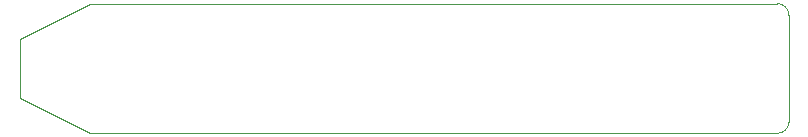
<source format=gbr>
G04 #@! TF.GenerationSoftware,KiCad,Pcbnew,(5.1.5-0-10_14)*
G04 #@! TF.CreationDate,2020-08-22T00:29:30-07:00*
G04 #@! TF.ProjectId,Separator,53657061-7261-4746-9f72-2e6b69636164,rev?*
G04 #@! TF.SameCoordinates,Original*
G04 #@! TF.FileFunction,Profile,NP*
%FSLAX46Y46*%
G04 Gerber Fmt 4.6, Leading zero omitted, Abs format (unit mm)*
G04 Created by KiCad (PCBNEW (5.1.5-0-10_14)) date 2020-08-22 00:29:30*
%MOMM*%
%LPD*%
G04 APERTURE LIST*
%ADD10C,0.050000*%
G04 APERTURE END LIST*
D10*
X100860000Y-65000000D02*
X100860000Y-70000000D01*
X116000000Y-62000000D02*
X106860000Y-62000000D01*
X106860000Y-73000000D02*
X100860000Y-70000000D01*
X106860000Y-62000000D02*
X100860000Y-65000000D01*
X116000000Y-73000000D02*
X106860000Y-73000000D01*
X166000000Y-72000000D02*
G75*
G02X165000000Y-73000000I-1000000J0D01*
G01*
X165000000Y-62000000D02*
G75*
G02X166000000Y-63000000I0J-1000000D01*
G01*
X165000000Y-62000000D02*
X116000000Y-62000000D01*
X166000000Y-72000000D02*
X166000000Y-63000000D01*
X116000000Y-73000000D02*
X165000000Y-73000000D01*
M02*

</source>
